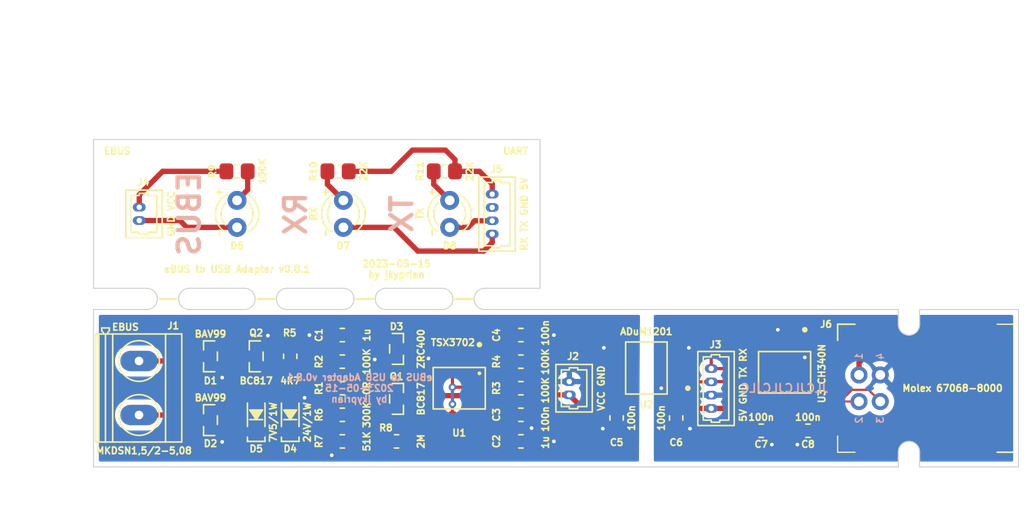
<source format=kicad_pcb>
(kicad_pcb (version 20221018) (generator pcbnew)
  (title_block (title "eBUS to USB Adapter") (date "2023-05-15") (rev "v0.8.1") (company "by jkyprian"))
  (layers (0 "F.Cu" signal) (31 "B.Cu" signal) (34 "B.Paste" user) (35 "F.Paste" user) (36 "B.SilkS" user "B.Silkscreen") (37 "F.SilkS" user "F.Silkscreen") (38 "B.Mask" user) (39 "F.Mask" user) (44 "Edge.Cuts" user))
  (net 0 "")
  (net 1 "GND2")
  (net 2 "/REF")
  (net 3 "/VCC")
  (net 4 "GND1")
  (net 5 "Net-(D3-K)")
  (net 6 "/EBUS")
  (net 7 "Net-(U3-V3)")
  (net 8 "Net-(J1-Pin_1)")
  (net 9 "Net-(J1-Pin_2)")
  (net 10 "/VIA")
  (net 11 "/VOB")
  (net 12 "Net-(D5-A)")
  (net 13 "Net-(D6-A)")
  (net 14 "/D-")
  (net 15 "/D+")
  (net 16 "/RXD")
  (net 17 "/TXD")
  (net 18 "/_GND2")
  (net 19 "/_VCC")
  (net 20 "/_RXD")
  (net 21 "/_TXD")
  (net 22 "Net-(D7-A)")
  (net 23 "/5V")
  (net 24 "Net-(D8-A)")
  (net 26 "/_5V")
  (net 27 "Net-(Q1-C)")
  (net 28 "Net-(Q2-B)")
  (net 29 "Net-(U1B-+)")
  (net 30 "Net-(R5-Pad2)")
  (footprint "ebus2usb:R0805" (layer "F.Cu") (at 123.40084 104.5 180)
    (fp_text reference "R2")
    (fp_text value "100K")
  )
  (footprint "ebus2usb:R0805" (layer "F.Cu") (at 113.5 86.6 180)
    (fp_text reference "R9")
    (fp_text value "100K")
  )
  (footprint "ebus2usb:R0805" (layer "F.Cu") (at 118.5 104 90)
    (fp_text reference "R5")
    (fp_text value "4K7")
  )
  (footprint "ebus2usb:SOT-23-3" (layer "F.Cu") (at 111 104)
    (fp_text reference "D1")
    (fp_text value "BAV99")
  )
  (footprint "ebus2usb:SOT-23-3" (layer "F.Cu") (at 128.5 108 180)
    (fp_text reference "Q1")
    (fp_text value "BC817-40" hide)
  )
  (footprint "ebus2usb:mouse-bite-2mm-slot" (layer "F.Cu") (at 134.8 98.6)
    (fp_text reference "mouse-bite-2mm-slot" hide)
    (fp_text value "VAL**" hide)
  )
  (footprint "ebus2usb:R0805" (layer "F.Cu") (at 123 86.6)
    (fp_text reference "R10")
    (fp_text value "22K")
  )
  (footprint "ebus2usb:C0805" (layer "F.Cu") (at 123.40084 102 180)
    (fp_text reference "C1")
    (fp_text value "1u")
  )
  (footprint "ebus2usb:C0805" (layer "F.Cu") (at 140.2 112)
    (fp_text reference "C2")
    (fp_text value "1u")
  )
  (footprint "ebus2usb:R0805" (layer "F.Cu") (at 123.40084 112)
    (fp_text reference "R7")
    (fp_text value "51K")
  )
  (footprint "ebus2usb:R0805" (layer "F.Cu") (at 123.40084 107)
    (fp_text reference "R1")
    (fp_text value "0R")
  )
  (footprint "ebus2usb:C0805" (layer "F.Cu") (at 167.2 111 180)
    (fp_text reference "C8")
    (fp_text value "100n")
  )
  (footprint "ebus2usb:C0805" (layer "F.Cu") (at 154.8 109.8 90)
    (fp_text reference "C6")
    (fp_text value "100n")
  )
  (footprint "ebus2usb:mouse-bite-2mm-slot" (layer "F.Cu") (at 116.2 98.6)
    (fp_text reference "mouse-bite-2mm-slot" hide)
    (fp_text value "VAL**" hide)
  )
  (footprint "ebus2usb:Molex_PicoBlade_53047-0410" (layer "F.Cu") (at 158.1 107 90)
    (fp_text reference "J3")
    (fp_text value "Molex 53047-0410" hide)
  )
  (footprint "ebus2usb:R0805" (layer "F.Cu") (at 140.2 107)
    (fp_text reference "R3")
    (fp_text value "100K")
  )
  (footprint "ebus2usb:SO08" (layer "F.Cu") (at 152 105.1 90)
    (fp_text reference "U2")
    (fp_text value "ADuM1201")
  )
  (footprint "ebus2usb:mouse-bite-2mm-slot" (layer "F.Cu") (at 107 98.6)
    (fp_text reference "mouse-bite-2mm-slot" hide)
    (fp_text value "VAL**" hide)
  )
  (footprint "ebus2usb:R0805" (layer "F.Cu") (at 133 86.6)
    (fp_text reference "R11")
    (fp_text value "22K")
  )
  (footprint "ebus2usb:C0805" (layer "F.Cu") (at 140.2 102)
    (fp_text reference "C4")
    (fp_text value "100n")
  )
  (footprint "ebus2usb:C0805" (layer "F.Cu") (at 140.2 109.5)
    (fp_text reference "C3")
    (fp_text value "100n")
  )
  (footprint "ebus2usb:Molex_PicoBlade_53047-0410" (layer "F.Cu") (at 137.5 90.6 90)
    (fp_text reference "J5")
    (fp_text value "Molex 53047-0410" hide)
  )
  (footprint "ebus2usb:Molex_PicoBlade_53047-0210" (layer "F.Cu") (at 144.75 107 90)
    (fp_text reference "J2")
    (fp_text value "Molex 53047-0210" hide)
  )
  (footprint "ebus2usb:SOD-123" (layer "F.Cu") (at 115.3 109.5 90)
    (fp_text reference "D5")
    (fp_text value "7V5/1W")
  )
  (footprint "ebus2usb:C0805" (layer "F.Cu") (at 162.8 111 180)
    (fp_text reference "C7")
    (fp_text value "100n")
  )
  (footprint "ebus2usb:R0805" (layer "F.Cu") (at 128.5 112)
    (fp_text reference "R8")
    (fp_text value "2M")
  )
  (footprint "ebus2usb:SOT-23-3" (layer "F.Cu") (at 111 110)
    (fp_text reference "D2")
    (fp_text value "BAV99")
  )
  (footprint "ebus2usb:SO08" (layer "F.Cu") (at 165 105.5 180)
    (fp_text reference "U3")
    (fp_text value "CH340N")
  )
  (footprint "ebus2usb:LED_D3.0mm" (layer "F.Cu") (at 113.5 90.6 90)
    (fp_text reference "D6")
    (fp_text value "LED" hide)
  )
  (footprint "ebus2usb:R0805" (layer "F.Cu") (at 123.40084 109.5 180)
    (fp_text reference "R6")
    (fp_text value "300K")
  )
  (footprint "ebus2usb:LED_D3.0mm" (layer "F.Cu") (at 123.5 90.6 90)
    (fp_text reference "D7")
    (fp_text value "LED" hide)
  )
  (footprint "ebus2usb:SOT-23-3" (layer "F.Cu") (at 128.5 103.3 180)
    (fp_text reference "D3")
    (fp_text value "ZRC400")
  )
  (footprint "ebus2usb:mouse-bite-2mm-slot" (layer "F.Cu") (at 125.5 98.6)
    (fp_text reference "mouse-bite-2mm-slot" hide)
    (fp_text value "VAL**" hide)
  )
  (footprint "ebus2usb:C0805" (layer "F.Cu") (at 149.2 109.8 90)
    (fp_text reference "C5")
    (fp_text value "100n")
  )
  (footprint "ebus2usb:LED_D3.0mm" (layer "F.Cu") (at 133.5 90.6 90)
    (fp_text reference "D8")
    (fp_text value "LED" hide)
  )
  (footprint "ebus2usb:R0805" (layer "F.Cu") (at 140.2 104.5 180)
    (fp_text reference "R4")
    (fp_text value "100K")
  )
  (footprint "ebus2usb:SO08" (layer "F.Cu") (at 134.395 107 180)
    (fp_text reference "U1")
    (fp_text value "TSX3702")
  )
  (footprint "ebus2usb:Molex_670688000" (layer "F.Cu") (at 174 107 90)
    (fp_text reference "J6")
    (fp_text value "Molex 67068-8000")
  )
  (footprint "ebus2usb:SOD-123" (layer "F.Cu") (at 118.5 109.5 90)
    (fp_text reference "D4")
    (fp_text value "24V/1W")
  )
  (footprint "ebus2usb:Molex_PicoBlade_53047-0210" (layer "F.Cu") (at 104.3 90.6 90)
    (fp_text reference "J4")
    (fp_text value "Molex 53047-0210" hide)
  )
  (footprint "ebus2usb:SOT-23-3" (layer "F.Cu") (at 115.3 104)
    (fp_text reference "Q2")
    (fp_text value "BC817-40" hide)
  )
  (footprint "ebus2usb:MKDSN1,5_2-5,08" (layer "F.Cu") (at 104.25 107 -90)
    (fp_text reference "J1")
    (fp_text value "MKDSN1,5/2-5,08")
  )
  (gr_circle (center 136.295 102.9) (end 136.495 102.9) (stroke (width 0.125)) (fill solid) (layer "F.SilkS"))
  (gr_circle (center 155.9 107) (end 156.1 107) (stroke (width 0.125)) (fill solid) (layer "F.SilkS"))
  (gr_line (start 106.2 98.6) (end 107.8 98.6) (stroke (width 0.2032)) (layer "F.SilkS"))
  (gr_line (start 124.7 98.6) (end 126.3 98.6) (stroke (width 0.2032)) (layer "F.SilkS"))
  (gr_circle (center 166.9 101.5) (end 167.1 101.5) (stroke (width 0.125)) (fill solid) (layer "F.SilkS"))
  (gr_line (start 115.4 98.6) (end 117 98.6) (stroke (width 0.2032)) (layer "F.SilkS"))
  (gr_line (start 134 98.6) (end 135.6 98.6) (stroke (width 0.2032)) (layer "F.SilkS"))
  (gr_line (start 142 97.6) (end 136.8 97.6) (stroke (width 0.1)) (layer "Edge.Cuts"))
  (gr_line (start 105 97.6) (end 100 97.6) (stroke (width 0.1)) (layer "Edge.Cuts"))
  (gr_line (start 142 83.6) (end 142 97.6) (stroke (width 0.1)) (layer "Edge.Cuts"))
  (gr_line (start 136.8 99.6) (end 175.7 99.6) (stroke (width 0.1)) (layer "Edge.Cuts"))
  (gr_line (start 100 99.6) (end 105 99.6) (stroke (width 0.1)) (layer "Edge.Cuts"))
  (gr_line (start 127.5 99.6) (end 132.8 99.6) (stroke (width 0.1)) (layer "Edge.Cuts"))
  (gr_line (start 118.2 99.6) (end 123.5 99.6) (stroke (width 0.1)) (layer "Edge.Cuts"))
  (gr_line (start 118.2 97.6) (end 123.5 97.6) (stroke (width 0.1)) (layer "Edge.Cuts"))
  (gr_line (start 187 114.4) (end 177.7 114.4) (stroke (width 0.1)) (layer "Edge.Cuts"))
  (gr_line (start 175.7 101) (end 175.7 99.6) (stroke (width 0.1)) (layer "Edge.Cuts"))
  (gr_arc (start 127.5 99.6) (mid 126.5 98.6) (end 127.5 97.6) (stroke (width 0.1)) (layer "Edge.Cuts"))
  (gr_arc (start 123.5 97.6) (mid 124.5 98.6) (end 123.5 99.6) (stroke (width 0.1)) (layer "Edge.Cuts"))
  (gr_arc (start 105 97.6) (mid 106 98.6) (end 105 99.6) (stroke (width 0.1)) (layer "Edge.Cuts"))
  (gr_line (start 100 83.6) (end 142 83.6) (stroke (width 0.1)) (layer "Edge.Cuts"))
  (gr_line (start 109 99.6) (end 114.2 99.6) (stroke (width 0.1)) (layer "Edge.Cuts"))
  (gr_arc (start 132.8 97.6) (mid 133.8 98.6) (end 132.8 99.6) (stroke (width 0.1)) (layer "Edge.Cuts"))
  (gr_line (start 109 97.6) (end 114.2 97.6) (stroke (width 0.1)) (layer "Edge.Cuts"))
  (gr_arc (start 136.8 99.6) (mid 135.8 98.6) (end 136.8 97.6) (stroke (width 0.1)) (layer "Edge.Cuts"))
  (gr_line (start 175.7 113) (end 175.7 114.4) (stroke (width 0.1)) (layer "Edge.Cuts"))
  (gr_arc (start 177.7 101) (mid 176.7 102) (end 175.7 101) (stroke (width 0.1)) (layer "Edge.Cuts"))
  (gr_arc (start 114.2 97.6) (mid 115.2 98.6) (end 114.2 99.6) (stroke (width 0.1)) (layer "Edge.Cuts"))
  (gr_line (start 175.7 114.4) (end 100 114.4) (stroke (width 0.1)) (layer "Edge.Cuts"))
  (gr_line (start 100 114.4) (end 100 99.6) (stroke (width 0.1)) (layer "Edge.Cuts"))
  (gr_arc (start 118.2 99.6) (mid 117.2 98.6) (end 118.2 97.6) (stroke (width 0.1)) (layer "Edge.Cuts"))
  (gr_line (start 177.7 101) (end 177.7 99.6) (stroke (width 0.1)) (layer "Edge.Cuts"))
  (gr_line (start 177.7 99.6) (end 187 99.6) (stroke (width 0.1)) (layer "Edge.Cuts"))
  (gr_line (start 127.5 97.6) (end 132.8 97.6) (stroke (width 0.1)) (layer "Edge.Cuts"))
  (gr_line (start 100 97.6) (end 100 83.6) (stroke (width 0.1)) (layer "Edge.Cuts"))
  (gr_line (start 177.7 113) (end 177.7 114.4) (stroke (width 0.1)) (layer "Edge.Cuts"))
  (gr_arc (start 109 99.6) (mid 108 98.6) (end 109 97.6) (stroke (width 0.1)) (layer "Edge.Cuts"))
  (gr_arc (start 175.7 113) (mid 176.7 112) (end 177.7 113) (stroke (width 0.1)) (layer "Edge.Cuts"))
  (gr_line (start 187 99.6) (end 187 114.4) (stroke (width 0.1)) (layer "Edge.Cuts"))
  (gr_text "JLCJLCJLCJLC" (at 165 107) (layer "B.SilkS") (effects (font (size 0.8 0.8) (thickness 0.1524)) (justify mirror)))
  (gr_text "${TITLE} ${REVISION}\n${ISSUE_DATE}\n${COMPANY}" (at 125 107) (layer "B.SilkS") (effects (font (size 0.635 0.635) (thickness 0.1524)) (justify mirror)))
  (gr_text "RX" (at 119 90.6 90) (layer "B.SilkS") (effects (font (size 2 2) (thickness 0.4)) (justify mirror)))
  (gr_text "EBUS" (at 109 90.6 90) (layer "B.SilkS") (effects (font (size 2 2) (thickness 0.4)) (justify mirror)))
  (gr_text "TX" (at 129 90.6 90) (layer "B.SilkS") (effects (font (size 2 2) (thickness 0.4)) (justify mirror)))
  (gr_text "${ISSUE_DATE}\n${COMPANY}" (at 128.5 95.8) (layer "F.SilkS") (effects (font (size 0.635 0.635) (thickness 0.1524))))
  (gr_text "GND VCC" (at 107.3 90.6 90) (layer "F.SilkS") (effects (font (size 0.635 0.635) (thickness 0.1524))))
  (gr_text "RX TX GND 5V" (at 140.5 90.625 90) (layer "F.SilkS") (effects (font (size 0.635 0.635) (thickness 0.1524))))
  (gr_text "TX" (at 130.7 90.6 90) (layer "F.SilkS") (effects (font (size 0.635 0.635) (thickness 0.1524))))
  (gr_text "VCC GND" (at 147.75 107 90) (layer "F.SilkS") (effects (font (size 0.635 0.635) (thickness 0.1524))))
  (gr_text "EBUS" (at 103 101.25) (layer "F.SilkS") (effects (font (size 0.635 0.635) (thickness 0.1524))))
  (gr_text "BC817" (at 115.3 106.3) (layer "F.SilkS") (effects (font (size 0.635 0.635) (thickness 0.1524))))
  (gr_text "BC817" (at 130.8 108 90) (layer "F.SilkS") (effects (font (size 0.635 0.635) (thickness 0.1524))))
  (gr_text "${TITLE} ${REVISION}" (at 113.5 95.8) (layer "F.SilkS") (effects (font (size 0.635 0.635) (thickness 0.1524))))
  (gr_text "5V GND TX RX" (at 161.1 106.7 90) (layer "F.SilkS") (effects (font (size 0.635 0.635) (thickness 0.1524))))
  (gr_text "EBUS" (at 102.235 84.69) (layer "F.SilkS") (effects (font (size 0.635 0.635) (thickness 0.1524))))
  (gr_text "RX" (at 120.7 90.6 90) (layer "F.SilkS") (effects (font (size 0.635 0.635) (thickness 0.1524))))
  (gr_text "UART" (at 139.7 84.69) (layer "F.SilkS") (effects (font (size 0.635 0.635) (thickness 0.1524))))
  (segment (start 141.5 102) (end 143.3 102) (width 0.5) (layer "F.Cu") (net 1))
  (segment (start 148 103.2) (end 149.195 103.2) (width 0.5) (layer "F.Cu") (net 1))
  (segment (start 149.195 103.2) (end 149.2 103.195) (width 0.5) (layer "F.Cu") (net 1))
  (segment (start 122.4 113.3) (end 122.40084 113.29916) (width 0.5) (layer "F.Cu") (net 1))
  (segment (start 112.1 105) (end 112.1 106) (width 0.5) (layer "F.Cu") (net 1))
  (segment (start 149.2 110.8) (end 147.9 110.8) (width 0.5) (layer "F.Cu") (net 1))
  (segment (start 141.2 104.5) (end 141.2 102) (width 0.5) (layer "F.Cu") (net 1))
  (segment (start 141.2 112) (end 143.3 112) (width 0.5) (layer "F.Cu") (net 1))
  (segment (start 119.9 107.9) (end 118.5 107.9) (width 0.5) (layer "F.Cu") (net 1))
  (segment (start 132.48908 104.2) (end 132.49 104.20092) (width 0.5) (layer "F.Cu") (net 1))
  (segment (start 116.4 102.05) (end 116.4 103.05) (width 0.5) (layer "F.Cu") (net 1))
  (segment (start 112.1 110.95) (end 112.1 112) (width 0.5) (layer "F.Cu") (net 1))
  (segment (start 141.2 109.5) (end 141.2 110.75) (width 0.5) (layer "F.Cu") (net 1))
  (segment (start 131.5 104.2) (end 132.48908 104.2) (width 0.5) (layer "F.Cu") (net 1))
  (segment (start 126.45 104.3) (end 127.4 104.3) (width 0.5) (layer "F.Cu") (net 1))
  (segment (start 122.40084 102) (end 120.30084 102) (width 0.5) (layer "F.Cu") (net 1))
  (segment (start 122.40084 113.29916) (end 122.40084 112) (width 0.5) (layer "F.Cu") (net 1))
  (via (at 148 103.2) (size 0.7) (drill 0.35) (layers "F.Cu" "B.Cu") (net 1))
  (via (at 119.85 107.9) (size 0.7) (drill 0.35) (layers "F.Cu" "B.Cu") (net 1))
  (via (at 112.1 106) (size 0.7) (drill 0.35) (layers "F.Cu" "B.Cu") (net 1))
  (via (at 126.45 104.3) (size 0.7) (drill 0.35) (layers "F.Cu" "B.Cu") (net 1))
  (via (at 141.2 110.75) (size 0.7) (drill 0.35) (layers "F.Cu" "B.Cu") (net 1))
  (via (at 112.1 112.05) (size 0.7) (drill 0.35) (layers "F.Cu" "B.Cu") (net 1))
  (via (at 143.3 112) (size 0.7) (drill 0.35) (layers "F.Cu" "B.Cu") (net 1))
  (via (at 116.4 102.05) (size 0.7) (drill 0.35) (layers "F.Cu" "B.Cu") (net 1))
  (via (at 147.9 110.8) (size 0.7) (drill 0.35) (layers "F.Cu" "B.Cu") (net 1))
  (via (at 122.4 113.3) (size 0.7) (drill 0.35) (layers "F.Cu" "B.Cu") (net 1))
  (via (at 143.3 102) (size 0.7) (drill 0.35) (layers "F.Cu" "B.Cu") (net 1))
  (via (at 120.30084 102) (size 0.7) (drill 0.35) (layers "F.Cu" "B.Cu") (net 1))
  (via (at 131.5 104.2) (size 0.7) (drill 0.35) (layers "F.Cu" "B.Cu") (net 1))
  (segment (start 139.2 106.95) (end 139.2 105.5) (width 0.3) (layer "F.Cu") (net 2))
  (segment (start 139.2 102.5) (end 139.2 105.5) (width 0.3) (layer "F.Cu") (net 2))
  (segment (start 133.865 106.9005) (end 139.1005 106.9005) (width 0.3) (layer "F.Cu") (net 2))
  (segment (start 133.76 108.5) (end 133.76 109.79908) (width 0.3) (layer "F.Cu") (net 2))
  (segment (start 133.76 104.20092) (end 133.76 106.9005) (width 0.3) (layer "F.Cu") (net 2))
  (via (at 133.76 108.5) (size 0.7) (drill 0.35) (layers "F.Cu" "B.Cu") (net 2))
  (via (at 133.76 106.9005) (size 0.7) (drill 0.35) (layers "F.Cu" "B.Cu") (net 2))
  (segment (start 133.76 106.9005) (end 133.76 108.5) (width 0.3) (layer "B.Cu") (net 2))
  (segment (start 136.3 108.405) (end 136.3 109.79908) (width 0.5) (layer "F.Cu") (net 3))
  (segment (start 127.4 109) (end 127.45 108.95) (width 0.5) (layer "F.Cu") (net 3))
  (segment (start 149.2 108.8) (end 145.925 108.8) (width 0.5) (layer "F.Cu") (net 3))
  (segment (start 139.2 109) (end 141.2 107) (width 0.5) (layer "F.Cu") (net 3))
  (segment (start 135.595 107.7) (end 136.3 108.405) (width 0.5) (layer "F.Cu") (net 3))
  (segment (start 142.6 107) (end 143.225 107.625) (width 0.5) (layer "F.Cu") (net 3))
  (segment (start 127.45 108.95) (end 130.95 108.95) (width 0.5) (layer "F.Cu") (net 3))
  (segment (start 139.2 109.5) (end 139.2 109) (width 0.5) (layer "F.Cu") (net 3))
  (segment (start 149.2 108.8) (end 149.2 107.005) (width 0.5) (layer "F.Cu") (net 3))
  (segment (start 139.2 112) (end 139.2 109.5) (width 0.5) (layer "F.Cu") (net 3))
  (segment (start 145.925 108.8) (end 144.75 107.625) (width 0.5) (layer "F.Cu") (net 3))
  (segment (start 136.6 109.5) (end 136.3 109.8) (width 0.5) (layer "F.Cu") (net 3))
  (segment (start 132.095 107.7) (end 135.595 107.7) (width 0.5) (layer "F.Cu") (net 3))
  (segment (start 141.2 107) (end 142.6 107) (width 0.5) (layer "F.Cu") (net 3))
  (segment (start 130.95 108.95) (end 132.2 107.7) (width 0.5) (layer "F.Cu") (net 3))
  (segment (start 139.2 109.5) (end 136.6 109.5) (width 0.5) (layer "F.Cu") (net 3))
  (segment (start 143.225 107.625) (end 144.75 107.625) (width 0.5) (layer "F.Cu") (net 3))
  (segment (start 166.2 111) (end 166.2 112.3) (width 0.5) (layer "F.Cu") (net 4))
  (segment (start 163.8 111) (end 163.8 112.3) (width 0.5) (layer "F.Cu") (net 4))
  (segment (start 154.8 103.195) (end 155.995 103.195) (width 0.5) (layer "F.Cu") (net 4))
  (segment (start 154.8 110.8) (end 156.1 110.8) (width 0.5) (layer "F.Cu") (net 4))
  (segment (start 164.365 102.70092) (end 164.365 101.5) (width 0.5) (layer "F.Cu") (net 4))
  (segment (start 155.995 103.195) (end 156 103.2) (width 0.5) (layer "F.Cu") (net 4))
  (via (at 166.2 112.3) (size 0.7) (drill 0.35) (layers "F.Cu" "B.Cu") (net 4))
  (via (at 156.1 110.8) (size 0.7) (drill 0.35) (layers "F.Cu" "B.Cu") (net 4))
  (via (at 163.8 112.3) (size 0.7) (drill 0.35) (layers "F.Cu" "B.Cu") (net 4))
  (via (at 164.365 101.5) (size 0.7) (drill 0.35) (layers "F.Cu" "B.Cu") (net 4))
  (via (at 156 103.2) (size 0.7) (drill 0.35) (layers "F.Cu" "B.Cu") (net 4))
  (segment (start 127.1 105.7) (end 127.4 106) (width 0.3) (layer "F.Cu") (net 5))
  (segment (start 126.3 105.7) (end 127.1 105.7) (width 0.3) (layer "F.Cu") (net 5))
  (segment (start 126.3 102.3) (end 127.4 102.3) (width 0.3) (layer "F.Cu") (net 5))
  (segment (start 126.20084 105.7) (end 125.00084 104.5) (width 0.3) (layer "F.Cu") (net 5))
  (segment (start 124.3 102) (end 126 102) (width 0.3) (layer "F.Cu") (net 5))
  (segment (start 125.00084 104.5) (end 124.3 104.5) (width 0.3) (layer "F.Cu") (net 5))
  (segment (start 124.3 104.5) (end 124.3 102) (width 0.3) (layer "F.Cu") (net 5))
  (segment (start 126 102) (end 126.3 102.3) (width 0.3) (layer "F.Cu") (net 5))
  (segment (start 127.4 106) (end 127.4 107) (width 0.3) (layer "F.Cu") (net 5))
  (segment (start 114.1 111.1) (end 118.5 111.1) (width 0.3) (layer "F.Cu") (net 6))
  (segment (start 118.5 111.1) (end 118.5 110.1) (width 0.3) (layer "F.Cu") (net 6))
  (segment (start 113.1 106.9) (end 112.1 107.9) (width 0.3) (layer "F.Cu") (net 6))
  (segment (start 112.1 107.9) (end 112.1 109) (width 0.3) (layer "F.Cu") (net 6))
  (segment (start 118.5 110.1) (end 119.1 109.5) (width 0.3) (layer "F.Cu") (net 6))
  (segment (start 113.1 103.3) (end 113.1 106.9) (width 0.3) (layer "F.Cu") (net 6))
  (segment (start 113.5 110.5) (end 114.1 111.1) (width 0.3) (layer "F.Cu") (net 6))
  (segment (start 119.1 109.5) (end 122.40084 109.5) (width 0.3) (layer "F.Cu") (net 6))
  (segment (start 122.50168 107) (end 122.50168 109.5) (width 0.3) (layer "F.Cu") (net 6))
  (segment (start 112.1 109) (end 113 109) (width 0.3) (layer "F.Cu") (net 6))
  (segment (start 112.8 103) (end 113.1 103.3) (width 0.3) (layer "F.Cu") (net 6))
  (segment (start 113.5 109.5) (end 113.5 110.5) (width 0.3) (layer "F.Cu") (net 6))
  (segment (start 112.1 103) (end 112.8 103) (width 0.3) (layer "F.Cu") (net 6))
  (segment (start 113 109) (end 113.5 109.5) (width 0.3) (layer "F.Cu") (net 6))
  (segment (start 168.2 109) (end 168.2 111) (width 0.3) (layer "F.Cu") (net 7))
  (segment (start 166.905 108.29908) (end 167.49908 108.29908) (width 0.3) (layer "F.Cu") (net 7))
  (segment (start 167.49908 108.29908) (end 168.2 109) (width 0.3) (layer "F.Cu") (net 7))
  (segment (start 107.4 104) (end 109.9 104) (width 0.5) (layer "F.Cu") (net 8))
  (segment (start 104.275 104.4389) (end 106.9611 104.4389) (width 0.5) (layer "F.Cu") (net 8))
  (segment (start 106.9611 104.4389) (end 107.4 104) (width 0.5) (layer "F.Cu") (net 8))
  (segment (start 106.8189 109.5189) (end 107.3 110) (width 0.5) (layer "F.Cu") (net 9))
  (segment (start 104.275 109.5189) (end 106.8189 109.5189) (width 0.5) (layer "F.Cu") (net 9))
  (segment (start 107.3 110) (end 109.9 110) (width 0.5) (layer "F.Cu") (net 9))
  (segment (start 150.7 106.2) (end 150.7 112.4) (width 0.3) (layer "F.Cu") (net 10))
  (segment (start 150.235 105.735) (end 150.7 106.2) (width 0.3) (layer "F.Cu") (net 10))
  (segment (start 149.85 113.25) (end 136.25 113.25) (width 0.3) (layer "F.Cu") (net 10))
  (segment (start 135.03 109.8) (end 135.03 111.97) (width 0.3) (layer "F.Cu") (net 10))
  (segment (start 136.25 113.25) (end 135 112) (width 0.3) (layer "F.Cu") (net 10))
  (segment (start 135.03 111.97) (end 135 112) (width 0.3) (layer "F.Cu") (net 10))
  (segment (start 150.7 112.4) (end 149.85 113.25) (width 0.3) (layer "F.Cu") (net 10))
  (segment (start 129.39916 112) (end 135 112) (width 0.3) (layer "F.Cu") (net 10))
  (segment (start 149.2 105.735) (end 150.235 105.735) (width 0.3) (layer "F.Cu") (net 10))
  (segment (start 137.1 105.6) (end 137.9 104.8) (width 0.3) (layer "F.Cu") (net 11))
  (segment (start 145.3 103.3) (end 146.465 104.465) (width 0.3) (layer "F.Cu") (net 11))
  (segment (start 135.03 105.13) (end 135.5 105.6) (width 0.3) (layer "F.Cu") (net 11))
  (segment (start 143.95 100.75) (end 145.3 102.1) (width 0.3) (layer "F.Cu") (net 11))
  (segment (start 137.9 101.5) (end 138.65 100.75) (width 0.3) (layer "F.Cu") (net 11))
  (segment (start 146.465 104.465) (end 149.2 104.465) (width 0.3) (layer "F.Cu") (net 11))
  (segment (start 138.65 100.75) (end 143.95 100.75) (width 0.3) (layer "F.Cu") (net 11))
  (segment (start 137.9 104.8) (end 137.9 101.5) (width 0.3) (layer "F.Cu") (net 11))
  (segment (start 135.5 105.6) (end 137.1 105.6) (width 0.3) (layer "F.Cu") (net 11))
  (segment (start 135.03 104.2) (end 135.03 105.13) (width 0.3) (layer "F.Cu") (net 11))
  (segment (start 145.3 102.1) (end 145.3 103.3) (width 0.3) (layer "F.Cu") (net 11))
  (segment (start 114.2 104) (end 114.2 105.8) (width 0.3) (layer "F.Cu") (net 12))
  (segment (start 114.2 105.8) (end 115.25 106.85) (width 0.3) (layer "F.Cu") (net 12))
  (segment (start 115.25 106.85) (end 115.25 107.9) (width 0.3) (layer "F.Cu") (net 12))
  (segment (start 114.5 86.6) (end 114.5 88.33) (width 0.5) (layer "F.Cu") (net 13))
  (segment (start 114.5 88.33) (end 113.5 89.33) (width 0.5) (layer "F.Cu") (net 13))
  (segment (start 167.418106 105.86057) (end 167.418105 105.86057) (width 0.2) (layer "F.Cu") (net 14))
  (segment (start 170.2318 108.25) (end 168.6909 106.7091) (width 0.2) (layer "F.Cu") (net 14))
  (segment (start 166.993842 105.012042) (end 166.044999 104.063199) (width 0.2) (layer "F.Cu") (net 14))
  (segment (start 166.993841 105.012041) (end 166.993842 105.012042) (width 0.2) (layer "F.Cu") (net 14))
  (segment (start 166.886112 105.544033) (end 166.993841 105.436305) (width 0.2) (layer "F.Cu") (net 14))
  (segment (start 167.418105 105.86057) (end 167.310377 105.968299) (width 0.2) (layer "F.Cu") (net 14))
  (segment (start 167.84237 105.86057) (end 167.842371 105.860571) (width 0.2) (layer "F.Cu") (net 14))
  (segment (start 168.266634 106.709099) (end 168.158895 106.816839) (width 0.2) (layer "F.Cu") (net 14))
  (segment (start 166.886112 105.544034) (end 166.886112 105.544033) (width 0.2) (layer "F.Cu") (net 14))
  (segment (start 167.73463 106.392574) (end 167.73463 106.392573) (width 0.2) (layer "F.Cu") (net 14))
  (segment (start 166.044999 104.063199) (end 166.044999 103.109999) (width 0.2) (layer "F.Cu") (net 14))
  (segment (start 172 108.25) (end 170.2318 108.25) (width 0.2) (layer "F.Cu") (net 14))
  (segment (start 167.73463 106.392573) (end 167.84237 106.284834) (width 0.2) (layer "F.Cu") (net 14))
  (segment (start 168.266635 106.709099) (end 168.266634 106.709099) (width 0.2) (layer "F.Cu") (net 14))
  (segment (start 166.044999 103.109999) (end 165.635 102.7) (width 0.2) (layer "F.Cu") (net 14))
  (arc (start 168.6909 106.7091) (mid 168.478767 106.62123) (end 168.266635 106.709099) (width 0.2) (layer "F.Cu") (net 14))
  (arc (start 167.310377 105.968299) (mid 167.098245 106.056167) (end 166.886113 105.968299) (width 0.2) (layer "F.Cu") (net 14))
  (arc (start 167.84237 106.284834) (mid 167.930238 106.072702) (end 167.84237 105.86057) (width 0.2) (layer "F.Cu") (net 14))
  (arc (start 167.734631 106.816839) (mid 167.646761 106.604706) (end 167.73463 106.392574) (width 0.2) (layer "F.Cu") (net 14))
  (arc (start 166.886113 105.968299) (mid 166.798243 105.756166) (end 166.886112 105.544034) (width 0.2) (layer "F.Cu") (net 14))
  (arc (start 168.158895 106.816839) (mid 167.946763 106.904707) (end 167.734631 106.816839) (width 0.2) (layer "F.Cu") (net 14))
  (arc (start 166.993841 105.436305) (mid 167.081709 105.224173) (end 166.993841 105.012041) (width 0.2) (layer "F.Cu") (net 14))
  (arc (start 167.842371 105.860571) (mid 167.630238 105.772701) (end 167.418106 105.86057) (width 0.2) (layer "F.Cu") (net 14))
  (segment (start 171.344365 107.15) (end 172.9 107.15) (width 0.2) (layer "F.Cu") (net 15))
  (segment (start 170.4182 107.8) (end 170.694365 107.8) (width 0.2) (layer "F.Cu") (net 15))
  (segment (start 166.495001 103.109999) (end 166.495001 103.876801) (width 0.2) (layer "F.Cu") (net 15))
  (segment (start 166.495001 103.876801) (end 170.4182 107.8) (width 0.2) (layer "F.Cu") (net 15))
  (segment (start 172.9 107.15) (end 174 108.25) (width 0.2) (layer "F.Cu") (net 15))
  (segment (start 170.694365 107.8) (end 171.344365 107.15) (width 0.2) (layer "F.Cu") (net 15))
  (segment (start 166.905 102.7) (end 166.495001 103.109999) (width 0.2) (layer "F.Cu") (net 15))
  (segment (start 156.95 101.9) (end 154.2 101.9) (width 0.3) (layer "F.Cu") (net 16))
  (segment (start 153.835 105.735) (end 154.8 105.735) (width 0.3) (layer "F.Cu") (net 16))
  (segment (start 165.635 106.235) (end 165.635 108.29908) (width 0.3) (layer "F.Cu") (net 16))
  (segment (start 158.1 105.15) (end 164.55 105.15) (width 0.3) (layer "F.Cu") (net 16))
  (segment (start 153.4 102.7) (end 153.4 105.3) (width 0.3) (layer "F.Cu") (net 16))
  (segment (start 153.4 105.3) (end 153.835 105.735) (width 0.3) (layer "F.Cu") (net 16))
  (segment (start 158.1 105.15) (end 158.1 103.05) (width 0.3) (layer "F.Cu") (net 16))
  (segment (start 154.2 101.9) (end 153.4 102.7) (width 0.3) (layer "F.Cu") (net 16))
  (segment (start 164.55 105.15) (end 165.635 106.235) (width 0.3) (layer "F.Cu") (net 16))
  (segment (start 158.1 103.05) (end 156.95 101.9) (width 0.3) (layer "F.Cu") (net 16))
  (segment (start 155.565 104.465) (end 156.1 105) (width 0.3) (layer "F.Cu") (net 17))
  (segment (start 163.675 106.375) (end 158.125 106.375) (width 0.3) (layer "F.Cu") (net 17))
  (segment (start 154.8 104.465) (end 155.565 104.465) (width 0.3) (layer "F.Cu") (net 17))
  (segment (start 158.125 106.375) (end 158.1 106.4) (width 0.3) (layer "F.Cu") (net 17))
  (segment (start 164.365 108.29908) (end 164.365 107.065) (width 0.3) (layer "F.Cu") (net 17))
  (segment (start 164.365 107.065) (end 163.675 106.375) (width 0.3) (layer "F.Cu") (net 17))
  (segment (start 156.1 105) (end 156.1 105.75) (width 0.3) (layer "F.Cu") (net 17))
  (segment (start 156.1 105.75) (end 156.75 106.4) (width 0.3) (layer "F.Cu") (net 17))
  (segment (start 156.75 106.4) (end 158.1 106.4) (width 0.3) (layer "F.Cu") (net 17))
  (segment (start 108.77 91.87) (end 113.5 91.87) (width 0.5) (layer "F.Cu") (net 18))
  (segment (start 104.3 91.225) (end 108.125 91.225) (width 0.5) (layer "F.Cu") (net 18))
  (segment (start 108.125 91.225) (end 108.77 91.87) (width 0.5) (layer "F.Cu") (net 18))
  (segment (start 104.3 88.8) (end 106.5 86.6) (width 0.5) (layer "F.Cu") (net 19))
  (segment (start 106.5 86.6) (end 112.5 86.6) (width 0.5) (layer "F.Cu") (net 19))
  (segment (start 104.3 89.975) (end 104.3 88.8) (width 0.5) (layer "F.Cu") (net 19))
  (segment (start 137.5 93.3) (end 136.7 94.1) (width 0.5) (layer "F.Cu") (net 20))
  (segment (start 136.7 94.1) (end 130.5 94.1) (width 0.5) (layer "F.Cu") (net 20))
  (segment (start 128.27 91.87) (end 123.5 91.87) (width 0.5) (layer "F.Cu") (net 20))
  (segment (start 137.5 92.5) (end 137.5 93.3) (width 0.5) (layer "F.Cu") (net 20))
  (segment (start 130.5 94.1) (end 128.27 91.87) (width 0.5) (layer "F.Cu") (net 20))
  (segment (start 135.23 91.87) (end 133.5 91.87) (width 0.5) (layer "F.Cu") (net 21))
  (segment (start 135.85 91.25) (end 135.23 91.87) (width 0.5) (layer "F.Cu") (net 21))
  (segment (start 137.5 91.25) (end 135.85 91.25) (width 0.5) (layer "F.Cu") (net 21))
  (segment (start 122 86.6) (end 122 87.83) (width 0.5) (layer "F.Cu") (net 22))
  (segment (start 122 87.83) (end 123.5 89.33) (width 0.5) (layer "F.Cu") (net 22))
  (segment (start 161.90168 108.9) (end 162.10084 108.70084) (width 0.5) (layer "F.Cu") (net 23))
  (segment (start 158.1 108.9) (end 154.9 108.9) (width 0.5) (layer "F.Cu") (net 23))
  (segment (start 162.1 108.7) (end 162.10084 108.70084) (width 0.5) (layer "F.Cu") (net 23))
  (segment (start 161.8 111) (end 161.8 109.00168) (width 0.5) (layer "F.Cu") (net 23))
  (segment (start 172 105.75) (end 172 104.6) (width 0.5) (layer "F.Cu") (net 23))
  (segment (start 171.75 113.25) (end 162.95 113.25) (width 0.5) (layer "F.Cu") (net 23))
  (segment (start 175.7 109.3) (end 171.75 113.25) (width 0.5) (layer "F.Cu") (net 23))
  (segment (start 163.095 108.29908) (end 162.50092 108.29908) (width 0.5) (layer "F.Cu") (net 23))
  (segment (start 175.7 104.8) (end 175.7 109.3) (width 0.5) (layer "F.Cu") (net 23))
  (segment (start 172.7 103.9) (end 174.8 103.9) (width 0.5) (layer "F.Cu") (net 23))
  (segment (start 172 104.6) (end 172.7 103.9) (width 0.5) (layer "F.Cu") (net 23))
  (segment (start 174.8 103.9) (end 175.7 104.8) (width 0.5) (layer "F.Cu") (net 23))
  (segment (start 154.9 108.9) (end 154.8 108.8) (width 0.5) (layer "F.Cu") (net 23))
  (segment (start 161.8 112.1) (end 161.8 111) (width 0.5) (layer "F.Cu") (net 23))
  (segment (start 158.1 108.9) (end 161.90168 108.9) (width 0.5) (layer "F.Cu") (net 23))
  (segment (start 162.95 113.25) (end 161.8 112.1) (width 0.5) (layer "F.Cu") (net 23))
  (segment (start 154.8 108.8) (end 154.8 107.005) (width 0.5) (layer "F.Cu") (net 23))
  (segment (start 161.8 109.00168) (end 162.10084 108.70084) (width 0.5) (layer "F.Cu") (net 23))
  (segment (start 162.50092 108.29908) (end 162.1 108.7) (width 0.5) (layer "F.Cu") (net 23))
  (segment (start 132 87.83) (end 133.5 89.33) (width 0.5) (layer "F.Cu") (net 24))
  (segment (start 132 86.6) (end 132 87.83) (width 0.5) (layer "F.Cu") (net 24))
  (segment (start 137.5 88.75) (end 137.5 87.8) (width 0.5) (layer "F.Cu") (net 26))
  (segment (start 136.3 86.6) (end 134 86.6) (width 0.5) (layer "F.Cu") (net 26))
  (segment (start 134 86.6) (end 134 85.5) (width 0.5) (layer "F.Cu") (net 26))
  (segment (start 137.5 87.8) (end 136.3 86.6) (width 0.5) (layer "F.Cu") (net 26))
  (segment (start 134 85.5) (end 133.1 84.6) (width 0.5) (layer "F.Cu") (net 26))
  (segment (start 128 86.6) (end 124 86.6) (width 0.5) (layer "F.Cu") (net 26))
  (segment (start 133.1 84.6) (end 130 84.6) (width 0.5) (layer "F.Cu") (net 26))
  (segment (start 130 84.6) (end 128 86.6) (width 0.5) (layer "F.Cu") (net 26))
  (segment (start 122.50168 104.5) (end 122.50168 105.30084) (width 0.3) (layer "F.Cu") (net 27))
  (segment (start 124.3 107) (end 125.50084 107) (width 0.3) (layer "F.Cu") (net 27))
  (segment (start 122.90084 105.7) (end 123.90084 105.7) (width 0.3) (layer "F.Cu") (net 27))
  (segment (start 124.3 106.09916) (end 124.3 107) (width 0.3) (layer "F.Cu") (net 27))
  (segment (start 123.90084 105.7) (end 124.3 106.09916) (width 0.3) (layer "F.Cu") (net 27))
  (segment (start 125.6 107) (end 126.6 108) (width 0.3) (layer "F.Cu") (net 27))
  (segment (start 126.6 108) (end 129.6 108) (width 0.3) (layer "F.Cu") (net 27))
  (segment (start 122.50168 105.30084) (end 122.90084 105.7) (width 0.3) (layer "F.Cu") (net 27))
  (segment (start 118.4 105) (end 118.5 104.9) (width 0.3) (layer "F.Cu") (net 28))
  (segment (start 116.4 105) (end 118.4 105) (width 0.3) (layer "F.Cu") (net 28))
  (segment (start 127.5 112) (end 127.5 110.9) (width 0.3) (layer "F.Cu") (net 29))
  (segment (start 124.40084 109.5) (end 124.40084 112) (width 0.3) (layer "F.Cu") (net 29))
  (segment (start 124.39916 112) (end 127.5 112) (width 0.3) (layer "F.Cu") (net 29))
  (segment (start 128.3 110.1) (end 132.29408 110.1) (width 0.3) (layer "F.Cu") (net 29))
  (segment (start 132.18908 110.1) (end 132.49 109.79908) (width 0.3) (layer "F.Cu") (net 29))
  (segment (start 127.5 110.9) (end 128.3 110.1) (width 0.3) (layer "F.Cu") (net 29))
  (segment (start 118.5 103.10084) (end 118.5 102.1) (width 0.3) (layer "F.Cu") (net 30))
  (segment (start 119.85 100.75) (end 134.75 100.75) (width 0.3) (layer "F.Cu") (net 30))
  (segment (start 118.5 102.1) (end 119.85 100.75) (width 0.3) (layer "F.Cu") (net 30))
  (segment (start 134.75 100.75) (end 136.3 102.3) (width 0.3) (layer "F.Cu") (net 30))
  (segment (start 136.3 102.305) (end 136.3 104.20092) (width 0.3) (layer "F.Cu") (net 30))
  (zone (net 1) (net_name "GND2") (layer "B.Cu") (connect_pads (clearance 0.508)) (min_thickness 0.254) (fill yes (thermal_gap 0.508) (thermal_bridge_width 0.508))
    (polygon (pts (xy 151.3 113.9) (xy 100.5 113.9) (xy 100.5 100.1) (xy 151.4 100.1)))
  )
  (zone (net 4) (net_name "GND1") (layer "B.Cu") (connect_pads (clearance 0.508)) (min_thickness 0.254) (fill yes (thermal_gap 0.508) (thermal_bridge_width 0.508))
    (polygon (pts (xy 186.5 113.9) (xy 152.7 113.9) (xy 152.7 100.1) (xy 186.5 100.1)))
  )
)
</source>
